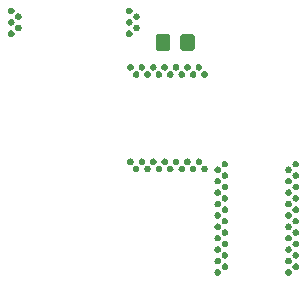
<source format=gbr>
G04 #@! TF.GenerationSoftware,KiCad,Pcbnew,(5.1.0)-1*
G04 #@! TF.CreationDate,2019-09-06T09:54:38-07:00*
G04 #@! TF.ProjectId,Miniscope-v4-FlexPC,4d696e69-7363-46f7-9065-2d76342d466c,rev?*
G04 #@! TF.SameCoordinates,Original*
G04 #@! TF.FileFunction,Soldermask,Top*
G04 #@! TF.FilePolarity,Negative*
%FSLAX46Y46*%
G04 Gerber Fmt 4.6, Leading zero omitted, Abs format (unit mm)*
G04 Created by KiCad (PCBNEW (5.1.0)-1) date 2019-09-06 09:54:38*
%MOMM*%
%LPD*%
G04 APERTURE LIST*
%ADD10C,0.100000*%
G04 APERTURE END LIST*
D10*
G36*
X40750739Y-37294387D02*
G01*
X40801586Y-37315448D01*
X40847349Y-37346026D01*
X40886264Y-37384941D01*
X40916842Y-37430704D01*
X40937903Y-37481551D01*
X40948640Y-37535531D01*
X40948640Y-37590569D01*
X40937903Y-37644549D01*
X40916842Y-37695396D01*
X40886264Y-37741159D01*
X40847349Y-37780074D01*
X40801586Y-37810652D01*
X40750739Y-37831713D01*
X40696759Y-37842450D01*
X40641721Y-37842450D01*
X40587741Y-37831713D01*
X40536894Y-37810652D01*
X40491131Y-37780074D01*
X40452216Y-37741159D01*
X40421638Y-37695396D01*
X40400577Y-37644549D01*
X40389840Y-37590569D01*
X40389840Y-37535531D01*
X40400577Y-37481551D01*
X40421638Y-37430704D01*
X40452216Y-37384941D01*
X40491131Y-37346026D01*
X40536894Y-37315448D01*
X40587741Y-37294387D01*
X40641721Y-37283650D01*
X40696759Y-37283650D01*
X40750739Y-37294387D01*
X40750739Y-37294387D01*
G37*
G36*
X34750739Y-37294387D02*
G01*
X34801586Y-37315448D01*
X34847349Y-37346026D01*
X34886264Y-37384941D01*
X34916842Y-37430704D01*
X34937903Y-37481551D01*
X34948640Y-37535531D01*
X34948640Y-37590569D01*
X34937903Y-37644549D01*
X34916842Y-37695396D01*
X34886264Y-37741159D01*
X34847349Y-37780074D01*
X34801586Y-37810652D01*
X34750739Y-37831713D01*
X34696759Y-37842450D01*
X34641721Y-37842450D01*
X34587741Y-37831713D01*
X34536894Y-37810652D01*
X34491131Y-37780074D01*
X34452216Y-37741159D01*
X34421638Y-37695396D01*
X34400577Y-37644549D01*
X34389840Y-37590569D01*
X34389840Y-37535531D01*
X34400577Y-37481551D01*
X34421638Y-37430704D01*
X34452216Y-37384941D01*
X34491131Y-37346026D01*
X34536894Y-37315448D01*
X34587741Y-37294387D01*
X34641721Y-37283650D01*
X34696759Y-37283650D01*
X34750739Y-37294387D01*
X34750739Y-37294387D01*
G37*
G36*
X35360339Y-36811788D02*
G01*
X35411186Y-36832849D01*
X35456949Y-36863427D01*
X35495864Y-36902342D01*
X35526442Y-36948105D01*
X35547503Y-36998952D01*
X35558240Y-37052932D01*
X35558240Y-37107970D01*
X35547503Y-37161950D01*
X35526442Y-37212797D01*
X35495864Y-37258560D01*
X35456949Y-37297475D01*
X35411186Y-37328053D01*
X35360339Y-37349114D01*
X35306359Y-37359851D01*
X35251321Y-37359851D01*
X35197341Y-37349114D01*
X35146494Y-37328053D01*
X35100731Y-37297475D01*
X35061816Y-37258560D01*
X35031238Y-37212797D01*
X35010177Y-37161950D01*
X34999440Y-37107970D01*
X34999440Y-37052932D01*
X35010177Y-36998952D01*
X35031238Y-36948105D01*
X35061816Y-36902342D01*
X35100731Y-36863427D01*
X35146494Y-36832849D01*
X35197341Y-36811788D01*
X35251321Y-36801051D01*
X35306359Y-36801051D01*
X35360339Y-36811788D01*
X35360339Y-36811788D01*
G37*
G36*
X41360339Y-36811788D02*
G01*
X41411186Y-36832849D01*
X41456949Y-36863427D01*
X41495864Y-36902342D01*
X41526442Y-36948105D01*
X41547503Y-36998952D01*
X41558240Y-37052932D01*
X41558240Y-37107970D01*
X41547503Y-37161950D01*
X41526442Y-37212797D01*
X41495864Y-37258560D01*
X41456949Y-37297475D01*
X41411186Y-37328053D01*
X41360339Y-37349114D01*
X41306359Y-37359851D01*
X41251321Y-37359851D01*
X41197341Y-37349114D01*
X41146494Y-37328053D01*
X41100731Y-37297475D01*
X41061816Y-37258560D01*
X41031238Y-37212797D01*
X41010177Y-37161950D01*
X40999440Y-37107970D01*
X40999440Y-37052932D01*
X41010177Y-36998952D01*
X41031238Y-36948105D01*
X41061816Y-36902342D01*
X41100731Y-36863427D01*
X41146494Y-36832849D01*
X41197341Y-36811788D01*
X41251321Y-36801051D01*
X41306359Y-36801051D01*
X41360339Y-36811788D01*
X41360339Y-36811788D01*
G37*
G36*
X40750739Y-36329188D02*
G01*
X40801586Y-36350249D01*
X40847349Y-36380827D01*
X40886264Y-36419742D01*
X40916842Y-36465505D01*
X40937903Y-36516352D01*
X40948640Y-36570332D01*
X40948640Y-36625370D01*
X40937903Y-36679350D01*
X40916842Y-36730197D01*
X40886264Y-36775960D01*
X40847349Y-36814875D01*
X40801586Y-36845453D01*
X40750739Y-36866514D01*
X40696759Y-36877251D01*
X40641721Y-36877251D01*
X40587741Y-36866514D01*
X40536894Y-36845453D01*
X40491131Y-36814875D01*
X40452216Y-36775960D01*
X40421638Y-36730197D01*
X40400577Y-36679350D01*
X40389840Y-36625370D01*
X40389840Y-36570332D01*
X40400577Y-36516352D01*
X40421638Y-36465505D01*
X40452216Y-36419742D01*
X40491131Y-36380827D01*
X40536894Y-36350249D01*
X40587741Y-36329188D01*
X40641721Y-36318451D01*
X40696759Y-36318451D01*
X40750739Y-36329188D01*
X40750739Y-36329188D01*
G37*
G36*
X34750739Y-36329188D02*
G01*
X34801586Y-36350249D01*
X34847349Y-36380827D01*
X34886264Y-36419742D01*
X34916842Y-36465505D01*
X34937903Y-36516352D01*
X34948640Y-36570332D01*
X34948640Y-36625370D01*
X34937903Y-36679350D01*
X34916842Y-36730197D01*
X34886264Y-36775960D01*
X34847349Y-36814875D01*
X34801586Y-36845453D01*
X34750739Y-36866514D01*
X34696759Y-36877251D01*
X34641721Y-36877251D01*
X34587741Y-36866514D01*
X34536894Y-36845453D01*
X34491131Y-36814875D01*
X34452216Y-36775960D01*
X34421638Y-36730197D01*
X34400577Y-36679350D01*
X34389840Y-36625370D01*
X34389840Y-36570332D01*
X34400577Y-36516352D01*
X34421638Y-36465505D01*
X34452216Y-36419742D01*
X34491131Y-36380827D01*
X34536894Y-36350249D01*
X34587741Y-36329188D01*
X34641721Y-36318451D01*
X34696759Y-36318451D01*
X34750739Y-36329188D01*
X34750739Y-36329188D01*
G37*
G36*
X35360339Y-35846589D02*
G01*
X35411186Y-35867650D01*
X35456949Y-35898228D01*
X35495864Y-35937143D01*
X35526442Y-35982906D01*
X35547503Y-36033753D01*
X35558240Y-36087733D01*
X35558240Y-36142771D01*
X35547503Y-36196751D01*
X35526442Y-36247598D01*
X35495864Y-36293361D01*
X35456949Y-36332276D01*
X35411186Y-36362854D01*
X35360339Y-36383915D01*
X35306359Y-36394652D01*
X35251321Y-36394652D01*
X35197341Y-36383915D01*
X35146494Y-36362854D01*
X35100731Y-36332276D01*
X35061816Y-36293361D01*
X35031238Y-36247598D01*
X35010177Y-36196751D01*
X34999440Y-36142771D01*
X34999440Y-36087733D01*
X35010177Y-36033753D01*
X35031238Y-35982906D01*
X35061816Y-35937143D01*
X35100731Y-35898228D01*
X35146494Y-35867650D01*
X35197341Y-35846589D01*
X35251321Y-35835852D01*
X35306359Y-35835852D01*
X35360339Y-35846589D01*
X35360339Y-35846589D01*
G37*
G36*
X41360339Y-35846589D02*
G01*
X41411186Y-35867650D01*
X41456949Y-35898228D01*
X41495864Y-35937143D01*
X41526442Y-35982906D01*
X41547503Y-36033753D01*
X41558240Y-36087733D01*
X41558240Y-36142771D01*
X41547503Y-36196751D01*
X41526442Y-36247598D01*
X41495864Y-36293361D01*
X41456949Y-36332276D01*
X41411186Y-36362854D01*
X41360339Y-36383915D01*
X41306359Y-36394652D01*
X41251321Y-36394652D01*
X41197341Y-36383915D01*
X41146494Y-36362854D01*
X41100731Y-36332276D01*
X41061816Y-36293361D01*
X41031238Y-36247598D01*
X41010177Y-36196751D01*
X40999440Y-36142771D01*
X40999440Y-36087733D01*
X41010177Y-36033753D01*
X41031238Y-35982906D01*
X41061816Y-35937143D01*
X41100731Y-35898228D01*
X41146494Y-35867650D01*
X41197341Y-35846589D01*
X41251321Y-35835852D01*
X41306359Y-35835852D01*
X41360339Y-35846589D01*
X41360339Y-35846589D01*
G37*
G36*
X34750739Y-35363989D02*
G01*
X34801586Y-35385050D01*
X34847349Y-35415628D01*
X34886264Y-35454543D01*
X34916842Y-35500306D01*
X34937903Y-35551153D01*
X34948640Y-35605133D01*
X34948640Y-35660171D01*
X34937903Y-35714151D01*
X34916842Y-35764998D01*
X34886264Y-35810761D01*
X34847349Y-35849676D01*
X34801586Y-35880254D01*
X34750739Y-35901315D01*
X34696759Y-35912052D01*
X34641721Y-35912052D01*
X34587741Y-35901315D01*
X34536894Y-35880254D01*
X34491131Y-35849676D01*
X34452216Y-35810761D01*
X34421638Y-35764998D01*
X34400577Y-35714151D01*
X34389840Y-35660171D01*
X34389840Y-35605133D01*
X34400577Y-35551153D01*
X34421638Y-35500306D01*
X34452216Y-35454543D01*
X34491131Y-35415628D01*
X34536894Y-35385050D01*
X34587741Y-35363989D01*
X34641721Y-35353252D01*
X34696759Y-35353252D01*
X34750739Y-35363989D01*
X34750739Y-35363989D01*
G37*
G36*
X40750739Y-35363989D02*
G01*
X40801586Y-35385050D01*
X40847349Y-35415628D01*
X40886264Y-35454543D01*
X40916842Y-35500306D01*
X40937903Y-35551153D01*
X40948640Y-35605133D01*
X40948640Y-35660171D01*
X40937903Y-35714151D01*
X40916842Y-35764998D01*
X40886264Y-35810761D01*
X40847349Y-35849676D01*
X40801586Y-35880254D01*
X40750739Y-35901315D01*
X40696759Y-35912052D01*
X40641721Y-35912052D01*
X40587741Y-35901315D01*
X40536894Y-35880254D01*
X40491131Y-35849676D01*
X40452216Y-35810761D01*
X40421638Y-35764998D01*
X40400577Y-35714151D01*
X40389840Y-35660171D01*
X40389840Y-35605133D01*
X40400577Y-35551153D01*
X40421638Y-35500306D01*
X40452216Y-35454543D01*
X40491131Y-35415628D01*
X40536894Y-35385050D01*
X40587741Y-35363989D01*
X40641721Y-35353252D01*
X40696759Y-35353252D01*
X40750739Y-35363989D01*
X40750739Y-35363989D01*
G37*
G36*
X41360339Y-34881390D02*
G01*
X41411186Y-34902451D01*
X41456949Y-34933029D01*
X41495864Y-34971944D01*
X41526442Y-35017707D01*
X41547503Y-35068554D01*
X41558240Y-35122534D01*
X41558240Y-35177572D01*
X41547503Y-35231552D01*
X41526442Y-35282399D01*
X41495864Y-35328162D01*
X41456949Y-35367077D01*
X41411186Y-35397655D01*
X41360339Y-35418716D01*
X41306359Y-35429453D01*
X41251321Y-35429453D01*
X41197341Y-35418716D01*
X41146494Y-35397655D01*
X41100731Y-35367077D01*
X41061816Y-35328162D01*
X41031238Y-35282399D01*
X41010177Y-35231552D01*
X40999440Y-35177572D01*
X40999440Y-35122534D01*
X41010177Y-35068554D01*
X41031238Y-35017707D01*
X41061816Y-34971944D01*
X41100731Y-34933029D01*
X41146494Y-34902451D01*
X41197341Y-34881390D01*
X41251321Y-34870653D01*
X41306359Y-34870653D01*
X41360339Y-34881390D01*
X41360339Y-34881390D01*
G37*
G36*
X35360339Y-34881390D02*
G01*
X35411186Y-34902451D01*
X35456949Y-34933029D01*
X35495864Y-34971944D01*
X35526442Y-35017707D01*
X35547503Y-35068554D01*
X35558240Y-35122534D01*
X35558240Y-35177572D01*
X35547503Y-35231552D01*
X35526442Y-35282399D01*
X35495864Y-35328162D01*
X35456949Y-35367077D01*
X35411186Y-35397655D01*
X35360339Y-35418716D01*
X35306359Y-35429453D01*
X35251321Y-35429453D01*
X35197341Y-35418716D01*
X35146494Y-35397655D01*
X35100731Y-35367077D01*
X35061816Y-35328162D01*
X35031238Y-35282399D01*
X35010177Y-35231552D01*
X34999440Y-35177572D01*
X34999440Y-35122534D01*
X35010177Y-35068554D01*
X35031238Y-35017707D01*
X35061816Y-34971944D01*
X35100731Y-34933029D01*
X35146494Y-34902451D01*
X35197341Y-34881390D01*
X35251321Y-34870653D01*
X35306359Y-34870653D01*
X35360339Y-34881390D01*
X35360339Y-34881390D01*
G37*
G36*
X40750739Y-34398790D02*
G01*
X40801586Y-34419851D01*
X40847349Y-34450429D01*
X40886264Y-34489344D01*
X40916842Y-34535107D01*
X40937903Y-34585954D01*
X40948640Y-34639934D01*
X40948640Y-34694972D01*
X40937903Y-34748952D01*
X40916842Y-34799799D01*
X40886264Y-34845562D01*
X40847349Y-34884477D01*
X40801586Y-34915055D01*
X40750739Y-34936116D01*
X40696759Y-34946853D01*
X40641721Y-34946853D01*
X40587741Y-34936116D01*
X40536894Y-34915055D01*
X40491131Y-34884477D01*
X40452216Y-34845562D01*
X40421638Y-34799799D01*
X40400577Y-34748952D01*
X40389840Y-34694972D01*
X40389840Y-34639934D01*
X40400577Y-34585954D01*
X40421638Y-34535107D01*
X40452216Y-34489344D01*
X40491131Y-34450429D01*
X40536894Y-34419851D01*
X40587741Y-34398790D01*
X40641721Y-34388053D01*
X40696759Y-34388053D01*
X40750739Y-34398790D01*
X40750739Y-34398790D01*
G37*
G36*
X34750739Y-34398790D02*
G01*
X34801586Y-34419851D01*
X34847349Y-34450429D01*
X34886264Y-34489344D01*
X34916842Y-34535107D01*
X34937903Y-34585954D01*
X34948640Y-34639934D01*
X34948640Y-34694972D01*
X34937903Y-34748952D01*
X34916842Y-34799799D01*
X34886264Y-34845562D01*
X34847349Y-34884477D01*
X34801586Y-34915055D01*
X34750739Y-34936116D01*
X34696759Y-34946853D01*
X34641721Y-34946853D01*
X34587741Y-34936116D01*
X34536894Y-34915055D01*
X34491131Y-34884477D01*
X34452216Y-34845562D01*
X34421638Y-34799799D01*
X34400577Y-34748952D01*
X34389840Y-34694972D01*
X34389840Y-34639934D01*
X34400577Y-34585954D01*
X34421638Y-34535107D01*
X34452216Y-34489344D01*
X34491131Y-34450429D01*
X34536894Y-34419851D01*
X34587741Y-34398790D01*
X34641721Y-34388053D01*
X34696759Y-34388053D01*
X34750739Y-34398790D01*
X34750739Y-34398790D01*
G37*
G36*
X35360339Y-33916191D02*
G01*
X35411186Y-33937252D01*
X35456949Y-33967830D01*
X35495864Y-34006745D01*
X35526442Y-34052508D01*
X35547503Y-34103355D01*
X35558240Y-34157335D01*
X35558240Y-34212373D01*
X35547503Y-34266353D01*
X35526442Y-34317200D01*
X35495864Y-34362963D01*
X35456949Y-34401878D01*
X35411186Y-34432456D01*
X35360339Y-34453517D01*
X35306359Y-34464254D01*
X35251321Y-34464254D01*
X35197341Y-34453517D01*
X35146494Y-34432456D01*
X35100731Y-34401878D01*
X35061816Y-34362963D01*
X35031238Y-34317200D01*
X35010177Y-34266353D01*
X34999440Y-34212373D01*
X34999440Y-34157335D01*
X35010177Y-34103355D01*
X35031238Y-34052508D01*
X35061816Y-34006745D01*
X35100731Y-33967830D01*
X35146494Y-33937252D01*
X35197341Y-33916191D01*
X35251321Y-33905454D01*
X35306359Y-33905454D01*
X35360339Y-33916191D01*
X35360339Y-33916191D01*
G37*
G36*
X41360339Y-33916191D02*
G01*
X41411186Y-33937252D01*
X41456949Y-33967830D01*
X41495864Y-34006745D01*
X41526442Y-34052508D01*
X41547503Y-34103355D01*
X41558240Y-34157335D01*
X41558240Y-34212373D01*
X41547503Y-34266353D01*
X41526442Y-34317200D01*
X41495864Y-34362963D01*
X41456949Y-34401878D01*
X41411186Y-34432456D01*
X41360339Y-34453517D01*
X41306359Y-34464254D01*
X41251321Y-34464254D01*
X41197341Y-34453517D01*
X41146494Y-34432456D01*
X41100731Y-34401878D01*
X41061816Y-34362963D01*
X41031238Y-34317200D01*
X41010177Y-34266353D01*
X40999440Y-34212373D01*
X40999440Y-34157335D01*
X41010177Y-34103355D01*
X41031238Y-34052508D01*
X41061816Y-34006745D01*
X41100731Y-33967830D01*
X41146494Y-33937252D01*
X41197341Y-33916191D01*
X41251321Y-33905454D01*
X41306359Y-33905454D01*
X41360339Y-33916191D01*
X41360339Y-33916191D01*
G37*
G36*
X34750739Y-33433591D02*
G01*
X34801586Y-33454652D01*
X34847349Y-33485230D01*
X34886264Y-33524145D01*
X34916842Y-33569908D01*
X34937903Y-33620755D01*
X34948640Y-33674735D01*
X34948640Y-33729773D01*
X34937903Y-33783753D01*
X34916842Y-33834600D01*
X34886264Y-33880363D01*
X34847349Y-33919278D01*
X34801586Y-33949856D01*
X34750739Y-33970917D01*
X34696759Y-33981654D01*
X34641721Y-33981654D01*
X34587741Y-33970917D01*
X34536894Y-33949856D01*
X34491131Y-33919278D01*
X34452216Y-33880363D01*
X34421638Y-33834600D01*
X34400577Y-33783753D01*
X34389840Y-33729773D01*
X34389840Y-33674735D01*
X34400577Y-33620755D01*
X34421638Y-33569908D01*
X34452216Y-33524145D01*
X34491131Y-33485230D01*
X34536894Y-33454652D01*
X34587741Y-33433591D01*
X34641721Y-33422854D01*
X34696759Y-33422854D01*
X34750739Y-33433591D01*
X34750739Y-33433591D01*
G37*
G36*
X40750739Y-33433591D02*
G01*
X40801586Y-33454652D01*
X40847349Y-33485230D01*
X40886264Y-33524145D01*
X40916842Y-33569908D01*
X40937903Y-33620755D01*
X40948640Y-33674735D01*
X40948640Y-33729773D01*
X40937903Y-33783753D01*
X40916842Y-33834600D01*
X40886264Y-33880363D01*
X40847349Y-33919278D01*
X40801586Y-33949856D01*
X40750739Y-33970917D01*
X40696759Y-33981654D01*
X40641721Y-33981654D01*
X40587741Y-33970917D01*
X40536894Y-33949856D01*
X40491131Y-33919278D01*
X40452216Y-33880363D01*
X40421638Y-33834600D01*
X40400577Y-33783753D01*
X40389840Y-33729773D01*
X40389840Y-33674735D01*
X40400577Y-33620755D01*
X40421638Y-33569908D01*
X40452216Y-33524145D01*
X40491131Y-33485230D01*
X40536894Y-33454652D01*
X40587741Y-33433591D01*
X40641721Y-33422854D01*
X40696759Y-33422854D01*
X40750739Y-33433591D01*
X40750739Y-33433591D01*
G37*
G36*
X35360339Y-32950992D02*
G01*
X35411186Y-32972053D01*
X35456949Y-33002631D01*
X35495864Y-33041546D01*
X35526442Y-33087309D01*
X35547503Y-33138156D01*
X35558240Y-33192136D01*
X35558240Y-33247174D01*
X35547503Y-33301154D01*
X35526442Y-33352001D01*
X35495864Y-33397764D01*
X35456949Y-33436679D01*
X35411186Y-33467257D01*
X35360339Y-33488318D01*
X35306359Y-33499055D01*
X35251321Y-33499055D01*
X35197341Y-33488318D01*
X35146494Y-33467257D01*
X35100731Y-33436679D01*
X35061816Y-33397764D01*
X35031238Y-33352001D01*
X35010177Y-33301154D01*
X34999440Y-33247174D01*
X34999440Y-33192136D01*
X35010177Y-33138156D01*
X35031238Y-33087309D01*
X35061816Y-33041546D01*
X35100731Y-33002631D01*
X35146494Y-32972053D01*
X35197341Y-32950992D01*
X35251321Y-32940255D01*
X35306359Y-32940255D01*
X35360339Y-32950992D01*
X35360339Y-32950992D01*
G37*
G36*
X41360339Y-32950992D02*
G01*
X41411186Y-32972053D01*
X41456949Y-33002631D01*
X41495864Y-33041546D01*
X41526442Y-33087309D01*
X41547503Y-33138156D01*
X41558240Y-33192136D01*
X41558240Y-33247174D01*
X41547503Y-33301154D01*
X41526442Y-33352001D01*
X41495864Y-33397764D01*
X41456949Y-33436679D01*
X41411186Y-33467257D01*
X41360339Y-33488318D01*
X41306359Y-33499055D01*
X41251321Y-33499055D01*
X41197341Y-33488318D01*
X41146494Y-33467257D01*
X41100731Y-33436679D01*
X41061816Y-33397764D01*
X41031238Y-33352001D01*
X41010177Y-33301154D01*
X40999440Y-33247174D01*
X40999440Y-33192136D01*
X41010177Y-33138156D01*
X41031238Y-33087309D01*
X41061816Y-33041546D01*
X41100731Y-33002631D01*
X41146494Y-32972053D01*
X41197341Y-32950992D01*
X41251321Y-32940255D01*
X41306359Y-32940255D01*
X41360339Y-32950992D01*
X41360339Y-32950992D01*
G37*
G36*
X34750739Y-32468392D02*
G01*
X34801586Y-32489453D01*
X34847349Y-32520031D01*
X34886264Y-32558946D01*
X34916842Y-32604709D01*
X34937903Y-32655556D01*
X34948640Y-32709536D01*
X34948640Y-32764574D01*
X34937903Y-32818554D01*
X34916842Y-32869401D01*
X34886264Y-32915164D01*
X34847349Y-32954079D01*
X34801586Y-32984657D01*
X34750739Y-33005718D01*
X34696759Y-33016455D01*
X34641721Y-33016455D01*
X34587741Y-33005718D01*
X34536894Y-32984657D01*
X34491131Y-32954079D01*
X34452216Y-32915164D01*
X34421638Y-32869401D01*
X34400577Y-32818554D01*
X34389840Y-32764574D01*
X34389840Y-32709536D01*
X34400577Y-32655556D01*
X34421638Y-32604709D01*
X34452216Y-32558946D01*
X34491131Y-32520031D01*
X34536894Y-32489453D01*
X34587741Y-32468392D01*
X34641721Y-32457655D01*
X34696759Y-32457655D01*
X34750739Y-32468392D01*
X34750739Y-32468392D01*
G37*
G36*
X40750739Y-32468392D02*
G01*
X40801586Y-32489453D01*
X40847349Y-32520031D01*
X40886264Y-32558946D01*
X40916842Y-32604709D01*
X40937903Y-32655556D01*
X40948640Y-32709536D01*
X40948640Y-32764574D01*
X40937903Y-32818554D01*
X40916842Y-32869401D01*
X40886264Y-32915164D01*
X40847349Y-32954079D01*
X40801586Y-32984657D01*
X40750739Y-33005718D01*
X40696759Y-33016455D01*
X40641721Y-33016455D01*
X40587741Y-33005718D01*
X40536894Y-32984657D01*
X40491131Y-32954079D01*
X40452216Y-32915164D01*
X40421638Y-32869401D01*
X40400577Y-32818554D01*
X40389840Y-32764574D01*
X40389840Y-32709536D01*
X40400577Y-32655556D01*
X40421638Y-32604709D01*
X40452216Y-32558946D01*
X40491131Y-32520031D01*
X40536894Y-32489453D01*
X40587741Y-32468392D01*
X40641721Y-32457655D01*
X40696759Y-32457655D01*
X40750739Y-32468392D01*
X40750739Y-32468392D01*
G37*
G36*
X41360339Y-31985793D02*
G01*
X41411186Y-32006854D01*
X41456949Y-32037432D01*
X41495864Y-32076347D01*
X41526442Y-32122110D01*
X41547503Y-32172957D01*
X41558240Y-32226937D01*
X41558240Y-32281975D01*
X41547503Y-32335955D01*
X41526442Y-32386802D01*
X41495864Y-32432565D01*
X41456949Y-32471480D01*
X41411186Y-32502058D01*
X41360339Y-32523119D01*
X41306359Y-32533856D01*
X41251321Y-32533856D01*
X41197341Y-32523119D01*
X41146494Y-32502058D01*
X41100731Y-32471480D01*
X41061816Y-32432565D01*
X41031238Y-32386802D01*
X41010177Y-32335955D01*
X40999440Y-32281975D01*
X40999440Y-32226937D01*
X41010177Y-32172957D01*
X41031238Y-32122110D01*
X41061816Y-32076347D01*
X41100731Y-32037432D01*
X41146494Y-32006854D01*
X41197341Y-31985793D01*
X41251321Y-31975056D01*
X41306359Y-31975056D01*
X41360339Y-31985793D01*
X41360339Y-31985793D01*
G37*
G36*
X35360339Y-31985793D02*
G01*
X35411186Y-32006854D01*
X35456949Y-32037432D01*
X35495864Y-32076347D01*
X35526442Y-32122110D01*
X35547503Y-32172957D01*
X35558240Y-32226937D01*
X35558240Y-32281975D01*
X35547503Y-32335955D01*
X35526442Y-32386802D01*
X35495864Y-32432565D01*
X35456949Y-32471480D01*
X35411186Y-32502058D01*
X35360339Y-32523119D01*
X35306359Y-32533856D01*
X35251321Y-32533856D01*
X35197341Y-32523119D01*
X35146494Y-32502058D01*
X35100731Y-32471480D01*
X35061816Y-32432565D01*
X35031238Y-32386802D01*
X35010177Y-32335955D01*
X34999440Y-32281975D01*
X34999440Y-32226937D01*
X35010177Y-32172957D01*
X35031238Y-32122110D01*
X35061816Y-32076347D01*
X35100731Y-32037432D01*
X35146494Y-32006854D01*
X35197341Y-31985793D01*
X35251321Y-31975056D01*
X35306359Y-31975056D01*
X35360339Y-31985793D01*
X35360339Y-31985793D01*
G37*
G36*
X40750739Y-31503193D02*
G01*
X40801586Y-31524254D01*
X40847349Y-31554832D01*
X40886264Y-31593747D01*
X40916842Y-31639510D01*
X40937903Y-31690357D01*
X40948640Y-31744337D01*
X40948640Y-31799375D01*
X40937903Y-31853355D01*
X40916842Y-31904202D01*
X40886264Y-31949965D01*
X40847349Y-31988880D01*
X40801586Y-32019458D01*
X40750739Y-32040519D01*
X40696759Y-32051256D01*
X40641721Y-32051256D01*
X40587741Y-32040519D01*
X40536894Y-32019458D01*
X40491131Y-31988880D01*
X40452216Y-31949965D01*
X40421638Y-31904202D01*
X40400577Y-31853355D01*
X40389840Y-31799375D01*
X40389840Y-31744337D01*
X40400577Y-31690357D01*
X40421638Y-31639510D01*
X40452216Y-31593747D01*
X40491131Y-31554832D01*
X40536894Y-31524254D01*
X40587741Y-31503193D01*
X40641721Y-31492456D01*
X40696759Y-31492456D01*
X40750739Y-31503193D01*
X40750739Y-31503193D01*
G37*
G36*
X34750739Y-31503193D02*
G01*
X34801586Y-31524254D01*
X34847349Y-31554832D01*
X34886264Y-31593747D01*
X34916842Y-31639510D01*
X34937903Y-31690357D01*
X34948640Y-31744337D01*
X34948640Y-31799375D01*
X34937903Y-31853355D01*
X34916842Y-31904202D01*
X34886264Y-31949965D01*
X34847349Y-31988880D01*
X34801586Y-32019458D01*
X34750739Y-32040519D01*
X34696759Y-32051256D01*
X34641721Y-32051256D01*
X34587741Y-32040519D01*
X34536894Y-32019458D01*
X34491131Y-31988880D01*
X34452216Y-31949965D01*
X34421638Y-31904202D01*
X34400577Y-31853355D01*
X34389840Y-31799375D01*
X34389840Y-31744337D01*
X34400577Y-31690357D01*
X34421638Y-31639510D01*
X34452216Y-31593747D01*
X34491131Y-31554832D01*
X34536894Y-31524254D01*
X34587741Y-31503193D01*
X34641721Y-31492456D01*
X34696759Y-31492456D01*
X34750739Y-31503193D01*
X34750739Y-31503193D01*
G37*
G36*
X41360339Y-31020594D02*
G01*
X41411186Y-31041655D01*
X41456949Y-31072233D01*
X41495864Y-31111148D01*
X41526442Y-31156911D01*
X41547503Y-31207758D01*
X41558240Y-31261738D01*
X41558240Y-31316776D01*
X41547503Y-31370756D01*
X41526442Y-31421603D01*
X41495864Y-31467366D01*
X41456949Y-31506281D01*
X41411186Y-31536859D01*
X41360339Y-31557920D01*
X41306359Y-31568657D01*
X41251321Y-31568657D01*
X41197341Y-31557920D01*
X41146494Y-31536859D01*
X41100731Y-31506281D01*
X41061816Y-31467366D01*
X41031238Y-31421603D01*
X41010177Y-31370756D01*
X40999440Y-31316776D01*
X40999440Y-31261738D01*
X41010177Y-31207758D01*
X41031238Y-31156911D01*
X41061816Y-31111148D01*
X41100731Y-31072233D01*
X41146494Y-31041655D01*
X41197341Y-31020594D01*
X41251321Y-31009857D01*
X41306359Y-31009857D01*
X41360339Y-31020594D01*
X41360339Y-31020594D01*
G37*
G36*
X35360339Y-31020594D02*
G01*
X35411186Y-31041655D01*
X35456949Y-31072233D01*
X35495864Y-31111148D01*
X35526442Y-31156911D01*
X35547503Y-31207758D01*
X35558240Y-31261738D01*
X35558240Y-31316776D01*
X35547503Y-31370756D01*
X35526442Y-31421603D01*
X35495864Y-31467366D01*
X35456949Y-31506281D01*
X35411186Y-31536859D01*
X35360339Y-31557920D01*
X35306359Y-31568657D01*
X35251321Y-31568657D01*
X35197341Y-31557920D01*
X35146494Y-31536859D01*
X35100731Y-31506281D01*
X35061816Y-31467366D01*
X35031238Y-31421603D01*
X35010177Y-31370756D01*
X34999440Y-31316776D01*
X34999440Y-31261738D01*
X35010177Y-31207758D01*
X35031238Y-31156911D01*
X35061816Y-31111148D01*
X35100731Y-31072233D01*
X35146494Y-31041655D01*
X35197341Y-31020594D01*
X35251321Y-31009857D01*
X35306359Y-31009857D01*
X35360339Y-31020594D01*
X35360339Y-31020594D01*
G37*
G36*
X40750739Y-30537994D02*
G01*
X40801586Y-30559055D01*
X40847349Y-30589633D01*
X40886264Y-30628548D01*
X40916842Y-30674311D01*
X40937903Y-30725158D01*
X40948640Y-30779138D01*
X40948640Y-30834176D01*
X40937903Y-30888156D01*
X40916842Y-30939003D01*
X40886264Y-30984766D01*
X40847349Y-31023681D01*
X40801586Y-31054259D01*
X40750739Y-31075320D01*
X40696759Y-31086057D01*
X40641721Y-31086057D01*
X40587741Y-31075320D01*
X40536894Y-31054259D01*
X40491131Y-31023681D01*
X40452216Y-30984766D01*
X40421638Y-30939003D01*
X40400577Y-30888156D01*
X40389840Y-30834176D01*
X40389840Y-30779138D01*
X40400577Y-30725158D01*
X40421638Y-30674311D01*
X40452216Y-30628548D01*
X40491131Y-30589633D01*
X40536894Y-30559055D01*
X40587741Y-30537994D01*
X40641721Y-30527257D01*
X40696759Y-30527257D01*
X40750739Y-30537994D01*
X40750739Y-30537994D01*
G37*
G36*
X34750739Y-30537994D02*
G01*
X34801586Y-30559055D01*
X34847349Y-30589633D01*
X34886264Y-30628548D01*
X34916842Y-30674311D01*
X34937903Y-30725158D01*
X34948640Y-30779138D01*
X34948640Y-30834176D01*
X34937903Y-30888156D01*
X34916842Y-30939003D01*
X34886264Y-30984766D01*
X34847349Y-31023681D01*
X34801586Y-31054259D01*
X34750739Y-31075320D01*
X34696759Y-31086057D01*
X34641721Y-31086057D01*
X34587741Y-31075320D01*
X34536894Y-31054259D01*
X34491131Y-31023681D01*
X34452216Y-30984766D01*
X34421638Y-30939003D01*
X34400577Y-30888156D01*
X34389840Y-30834176D01*
X34389840Y-30779138D01*
X34400577Y-30725158D01*
X34421638Y-30674311D01*
X34452216Y-30628548D01*
X34491131Y-30589633D01*
X34536894Y-30559055D01*
X34587741Y-30537994D01*
X34641721Y-30527257D01*
X34696759Y-30527257D01*
X34750739Y-30537994D01*
X34750739Y-30537994D01*
G37*
G36*
X41360339Y-30055395D02*
G01*
X41411186Y-30076456D01*
X41456949Y-30107034D01*
X41495864Y-30145949D01*
X41526442Y-30191712D01*
X41547503Y-30242559D01*
X41558240Y-30296539D01*
X41558240Y-30351577D01*
X41547503Y-30405557D01*
X41526442Y-30456404D01*
X41495864Y-30502167D01*
X41456949Y-30541082D01*
X41411186Y-30571660D01*
X41360339Y-30592721D01*
X41306359Y-30603458D01*
X41251321Y-30603458D01*
X41197341Y-30592721D01*
X41146494Y-30571660D01*
X41100731Y-30541082D01*
X41061816Y-30502167D01*
X41031238Y-30456404D01*
X41010177Y-30405557D01*
X40999440Y-30351577D01*
X40999440Y-30296539D01*
X41010177Y-30242559D01*
X41031238Y-30191712D01*
X41061816Y-30145949D01*
X41100731Y-30107034D01*
X41146494Y-30076456D01*
X41197341Y-30055395D01*
X41251321Y-30044658D01*
X41306359Y-30044658D01*
X41360339Y-30055395D01*
X41360339Y-30055395D01*
G37*
G36*
X35360339Y-30055395D02*
G01*
X35411186Y-30076456D01*
X35456949Y-30107034D01*
X35495864Y-30145949D01*
X35526442Y-30191712D01*
X35547503Y-30242559D01*
X35558240Y-30296539D01*
X35558240Y-30351577D01*
X35547503Y-30405557D01*
X35526442Y-30456404D01*
X35495864Y-30502167D01*
X35456949Y-30541082D01*
X35411186Y-30571660D01*
X35360339Y-30592721D01*
X35306359Y-30603458D01*
X35251321Y-30603458D01*
X35197341Y-30592721D01*
X35146494Y-30571660D01*
X35100731Y-30541082D01*
X35061816Y-30502167D01*
X35031238Y-30456404D01*
X35010177Y-30405557D01*
X34999440Y-30351577D01*
X34999440Y-30296539D01*
X35010177Y-30242559D01*
X35031238Y-30191712D01*
X35061816Y-30145949D01*
X35100731Y-30107034D01*
X35146494Y-30076456D01*
X35197341Y-30055395D01*
X35251321Y-30044658D01*
X35306359Y-30044658D01*
X35360339Y-30055395D01*
X35360339Y-30055395D01*
G37*
G36*
X34750739Y-29572795D02*
G01*
X34801586Y-29593856D01*
X34847349Y-29624434D01*
X34886264Y-29663349D01*
X34916842Y-29709112D01*
X34937903Y-29759959D01*
X34948640Y-29813939D01*
X34948640Y-29868977D01*
X34937903Y-29922957D01*
X34916842Y-29973804D01*
X34886264Y-30019567D01*
X34847349Y-30058482D01*
X34801586Y-30089060D01*
X34750739Y-30110121D01*
X34696759Y-30120858D01*
X34641721Y-30120858D01*
X34587741Y-30110121D01*
X34536894Y-30089060D01*
X34491131Y-30058482D01*
X34452216Y-30019567D01*
X34421638Y-29973804D01*
X34400577Y-29922957D01*
X34389840Y-29868977D01*
X34389840Y-29813939D01*
X34400577Y-29759959D01*
X34421638Y-29709112D01*
X34452216Y-29663349D01*
X34491131Y-29624434D01*
X34536894Y-29593856D01*
X34587741Y-29572795D01*
X34641721Y-29562058D01*
X34696759Y-29562058D01*
X34750739Y-29572795D01*
X34750739Y-29572795D01*
G37*
G36*
X40750739Y-29572795D02*
G01*
X40801586Y-29593856D01*
X40847349Y-29624434D01*
X40886264Y-29663349D01*
X40916842Y-29709112D01*
X40937903Y-29759959D01*
X40948640Y-29813939D01*
X40948640Y-29868977D01*
X40937903Y-29922957D01*
X40916842Y-29973804D01*
X40886264Y-30019567D01*
X40847349Y-30058482D01*
X40801586Y-30089060D01*
X40750739Y-30110121D01*
X40696759Y-30120858D01*
X40641721Y-30120858D01*
X40587741Y-30110121D01*
X40536894Y-30089060D01*
X40491131Y-30058482D01*
X40452216Y-30019567D01*
X40421638Y-29973804D01*
X40400577Y-29922957D01*
X40389840Y-29868977D01*
X40389840Y-29813939D01*
X40400577Y-29759959D01*
X40421638Y-29709112D01*
X40452216Y-29663349D01*
X40491131Y-29624434D01*
X40536894Y-29593856D01*
X40587741Y-29572795D01*
X40641721Y-29562058D01*
X40696759Y-29562058D01*
X40750739Y-29572795D01*
X40750739Y-29572795D01*
G37*
G36*
X41360339Y-29090196D02*
G01*
X41411186Y-29111257D01*
X41456949Y-29141835D01*
X41495864Y-29180750D01*
X41526442Y-29226513D01*
X41547503Y-29277360D01*
X41558240Y-29331340D01*
X41558240Y-29386378D01*
X41547503Y-29440358D01*
X41526442Y-29491205D01*
X41495864Y-29536968D01*
X41456949Y-29575883D01*
X41411186Y-29606461D01*
X41360339Y-29627522D01*
X41306359Y-29638259D01*
X41251321Y-29638259D01*
X41197341Y-29627522D01*
X41146494Y-29606461D01*
X41100731Y-29575883D01*
X41061816Y-29536968D01*
X41031238Y-29491205D01*
X41010177Y-29440358D01*
X40999440Y-29386378D01*
X40999440Y-29331340D01*
X41010177Y-29277360D01*
X41031238Y-29226513D01*
X41061816Y-29180750D01*
X41100731Y-29141835D01*
X41146494Y-29111257D01*
X41197341Y-29090196D01*
X41251321Y-29079459D01*
X41306359Y-29079459D01*
X41360339Y-29090196D01*
X41360339Y-29090196D01*
G37*
G36*
X35360339Y-29090196D02*
G01*
X35411186Y-29111257D01*
X35456949Y-29141835D01*
X35495864Y-29180750D01*
X35526442Y-29226513D01*
X35547503Y-29277360D01*
X35558240Y-29331340D01*
X35558240Y-29386378D01*
X35547503Y-29440358D01*
X35526442Y-29491205D01*
X35495864Y-29536968D01*
X35456949Y-29575883D01*
X35411186Y-29606461D01*
X35360339Y-29627522D01*
X35306359Y-29638259D01*
X35251321Y-29638259D01*
X35197341Y-29627522D01*
X35146494Y-29606461D01*
X35100731Y-29575883D01*
X35061816Y-29536968D01*
X35031238Y-29491205D01*
X35010177Y-29440358D01*
X34999440Y-29386378D01*
X34999440Y-29331340D01*
X35010177Y-29277360D01*
X35031238Y-29226513D01*
X35061816Y-29180750D01*
X35100731Y-29141835D01*
X35146494Y-29111257D01*
X35197341Y-29090196D01*
X35251321Y-29079459D01*
X35306359Y-29079459D01*
X35360339Y-29090196D01*
X35360339Y-29090196D01*
G37*
G36*
X40750739Y-28607596D02*
G01*
X40801586Y-28628657D01*
X40847349Y-28659235D01*
X40886264Y-28698150D01*
X40916842Y-28743913D01*
X40937903Y-28794760D01*
X40948640Y-28848740D01*
X40948640Y-28903778D01*
X40937903Y-28957758D01*
X40916842Y-29008605D01*
X40886264Y-29054368D01*
X40847349Y-29093283D01*
X40801586Y-29123861D01*
X40750739Y-29144922D01*
X40696759Y-29155659D01*
X40641721Y-29155659D01*
X40587741Y-29144922D01*
X40536894Y-29123861D01*
X40491131Y-29093283D01*
X40452216Y-29054368D01*
X40421638Y-29008605D01*
X40400577Y-28957758D01*
X40389840Y-28903778D01*
X40389840Y-28848740D01*
X40400577Y-28794760D01*
X40421638Y-28743913D01*
X40452216Y-28698150D01*
X40491131Y-28659235D01*
X40536894Y-28628657D01*
X40587741Y-28607596D01*
X40641721Y-28596859D01*
X40696759Y-28596859D01*
X40750739Y-28607596D01*
X40750739Y-28607596D01*
G37*
G36*
X34750739Y-28607596D02*
G01*
X34801586Y-28628657D01*
X34847349Y-28659235D01*
X34886264Y-28698150D01*
X34916842Y-28743913D01*
X34937903Y-28794760D01*
X34948640Y-28848740D01*
X34948640Y-28903778D01*
X34937903Y-28957758D01*
X34916842Y-29008605D01*
X34886264Y-29054368D01*
X34847349Y-29093283D01*
X34801586Y-29123861D01*
X34750739Y-29144922D01*
X34696759Y-29155659D01*
X34641721Y-29155659D01*
X34587741Y-29144922D01*
X34536894Y-29123861D01*
X34491131Y-29093283D01*
X34452216Y-29054368D01*
X34421638Y-29008605D01*
X34400577Y-28957758D01*
X34389840Y-28903778D01*
X34389840Y-28848740D01*
X34400577Y-28794760D01*
X34421638Y-28743913D01*
X34452216Y-28698150D01*
X34491131Y-28659235D01*
X34536894Y-28628657D01*
X34587741Y-28607596D01*
X34641721Y-28596859D01*
X34696759Y-28596859D01*
X34750739Y-28607596D01*
X34750739Y-28607596D01*
G37*
G36*
X30740075Y-28533937D02*
G01*
X30790922Y-28554998D01*
X30836685Y-28585576D01*
X30875600Y-28624491D01*
X30906178Y-28670254D01*
X30927239Y-28721101D01*
X30937976Y-28775081D01*
X30937976Y-28830119D01*
X30927239Y-28884099D01*
X30906178Y-28934946D01*
X30875600Y-28980709D01*
X30836685Y-29019624D01*
X30790922Y-29050202D01*
X30740075Y-29071263D01*
X30686095Y-29082000D01*
X30631057Y-29082000D01*
X30577077Y-29071263D01*
X30526230Y-29050202D01*
X30480467Y-29019624D01*
X30441552Y-28980709D01*
X30410974Y-28934946D01*
X30389913Y-28884099D01*
X30379176Y-28830119D01*
X30379176Y-28775081D01*
X30389913Y-28721101D01*
X30410974Y-28670254D01*
X30441552Y-28624491D01*
X30480467Y-28585576D01*
X30526230Y-28554998D01*
X30577077Y-28533937D01*
X30631057Y-28523200D01*
X30686095Y-28523200D01*
X30740075Y-28533937D01*
X30740075Y-28533937D01*
G37*
G36*
X28809677Y-28533937D02*
G01*
X28860524Y-28554998D01*
X28906287Y-28585576D01*
X28945202Y-28624491D01*
X28975780Y-28670254D01*
X28996841Y-28721101D01*
X29007578Y-28775081D01*
X29007578Y-28830119D01*
X28996841Y-28884099D01*
X28975780Y-28934946D01*
X28945202Y-28980709D01*
X28906287Y-29019624D01*
X28860524Y-29050202D01*
X28809677Y-29071263D01*
X28755697Y-29082000D01*
X28700659Y-29082000D01*
X28646679Y-29071263D01*
X28595832Y-29050202D01*
X28550069Y-29019624D01*
X28511154Y-28980709D01*
X28480576Y-28934946D01*
X28459515Y-28884099D01*
X28448778Y-28830119D01*
X28448778Y-28775081D01*
X28459515Y-28721101D01*
X28480576Y-28670254D01*
X28511154Y-28624491D01*
X28550069Y-28585576D01*
X28595832Y-28554998D01*
X28646679Y-28533937D01*
X28700659Y-28523200D01*
X28755697Y-28523200D01*
X28809677Y-28533937D01*
X28809677Y-28533937D01*
G37*
G36*
X31705274Y-28533937D02*
G01*
X31756121Y-28554998D01*
X31801884Y-28585576D01*
X31840799Y-28624491D01*
X31871377Y-28670254D01*
X31892438Y-28721101D01*
X31903175Y-28775081D01*
X31903175Y-28830119D01*
X31892438Y-28884099D01*
X31871377Y-28934946D01*
X31840799Y-28980709D01*
X31801884Y-29019624D01*
X31756121Y-29050202D01*
X31705274Y-29071263D01*
X31651294Y-29082000D01*
X31596256Y-29082000D01*
X31542276Y-29071263D01*
X31491429Y-29050202D01*
X31445666Y-29019624D01*
X31406751Y-28980709D01*
X31376173Y-28934946D01*
X31355112Y-28884099D01*
X31344375Y-28830119D01*
X31344375Y-28775081D01*
X31355112Y-28721101D01*
X31376173Y-28670254D01*
X31406751Y-28624491D01*
X31445666Y-28585576D01*
X31491429Y-28554998D01*
X31542276Y-28533937D01*
X31596256Y-28523200D01*
X31651294Y-28523200D01*
X31705274Y-28533937D01*
X31705274Y-28533937D01*
G37*
G36*
X29774876Y-28533937D02*
G01*
X29825723Y-28554998D01*
X29871486Y-28585576D01*
X29910401Y-28624491D01*
X29940979Y-28670254D01*
X29962040Y-28721101D01*
X29972777Y-28775081D01*
X29972777Y-28830119D01*
X29962040Y-28884099D01*
X29940979Y-28934946D01*
X29910401Y-28980709D01*
X29871486Y-29019624D01*
X29825723Y-29050202D01*
X29774876Y-29071263D01*
X29720896Y-29082000D01*
X29665858Y-29082000D01*
X29611878Y-29071263D01*
X29561031Y-29050202D01*
X29515268Y-29019624D01*
X29476353Y-28980709D01*
X29445775Y-28934946D01*
X29424714Y-28884099D01*
X29413977Y-28830119D01*
X29413977Y-28775081D01*
X29424714Y-28721101D01*
X29445775Y-28670254D01*
X29476353Y-28624491D01*
X29515268Y-28585576D01*
X29561031Y-28554998D01*
X29611878Y-28533937D01*
X29665858Y-28523200D01*
X29720896Y-28523200D01*
X29774876Y-28533937D01*
X29774876Y-28533937D01*
G37*
G36*
X32670473Y-28533937D02*
G01*
X32721320Y-28554998D01*
X32767083Y-28585576D01*
X32805998Y-28624491D01*
X32836576Y-28670254D01*
X32857637Y-28721101D01*
X32868374Y-28775081D01*
X32868374Y-28830119D01*
X32857637Y-28884099D01*
X32836576Y-28934946D01*
X32805998Y-28980709D01*
X32767083Y-29019624D01*
X32721320Y-29050202D01*
X32670473Y-29071263D01*
X32616493Y-29082000D01*
X32561455Y-29082000D01*
X32507475Y-29071263D01*
X32456628Y-29050202D01*
X32410865Y-29019624D01*
X32371950Y-28980709D01*
X32341372Y-28934946D01*
X32320311Y-28884099D01*
X32309574Y-28830119D01*
X32309574Y-28775081D01*
X32320311Y-28721101D01*
X32341372Y-28670254D01*
X32371950Y-28624491D01*
X32410865Y-28585576D01*
X32456628Y-28554998D01*
X32507475Y-28533937D01*
X32561455Y-28523200D01*
X32616493Y-28523200D01*
X32670473Y-28533937D01*
X32670473Y-28533937D01*
G37*
G36*
X27844478Y-28533937D02*
G01*
X27895325Y-28554998D01*
X27941088Y-28585576D01*
X27980003Y-28624491D01*
X28010581Y-28670254D01*
X28031642Y-28721101D01*
X28042379Y-28775081D01*
X28042379Y-28830119D01*
X28031642Y-28884099D01*
X28010581Y-28934946D01*
X27980003Y-28980709D01*
X27941088Y-29019624D01*
X27895325Y-29050202D01*
X27844478Y-29071263D01*
X27790498Y-29082000D01*
X27735460Y-29082000D01*
X27681480Y-29071263D01*
X27630633Y-29050202D01*
X27584870Y-29019624D01*
X27545955Y-28980709D01*
X27515377Y-28934946D01*
X27494316Y-28884099D01*
X27483579Y-28830119D01*
X27483579Y-28775081D01*
X27494316Y-28721101D01*
X27515377Y-28670254D01*
X27545955Y-28624491D01*
X27584870Y-28585576D01*
X27630633Y-28554998D01*
X27681480Y-28533937D01*
X27735460Y-28523200D01*
X27790498Y-28523200D01*
X27844478Y-28533937D01*
X27844478Y-28533937D01*
G37*
G36*
X33635672Y-28533937D02*
G01*
X33686519Y-28554998D01*
X33732282Y-28585576D01*
X33771197Y-28624491D01*
X33801775Y-28670254D01*
X33822836Y-28721101D01*
X33833573Y-28775081D01*
X33833573Y-28830119D01*
X33822836Y-28884099D01*
X33801775Y-28934946D01*
X33771197Y-28980709D01*
X33732282Y-29019624D01*
X33686519Y-29050202D01*
X33635672Y-29071263D01*
X33581692Y-29082000D01*
X33526654Y-29082000D01*
X33472674Y-29071263D01*
X33421827Y-29050202D01*
X33376064Y-29019624D01*
X33337149Y-28980709D01*
X33306571Y-28934946D01*
X33285510Y-28884099D01*
X33274773Y-28830119D01*
X33274773Y-28775081D01*
X33285510Y-28721101D01*
X33306571Y-28670254D01*
X33337149Y-28624491D01*
X33376064Y-28585576D01*
X33421827Y-28554998D01*
X33472674Y-28533937D01*
X33526654Y-28523200D01*
X33581692Y-28523200D01*
X33635672Y-28533937D01*
X33635672Y-28533937D01*
G37*
G36*
X35360339Y-28124997D02*
G01*
X35411186Y-28146058D01*
X35456949Y-28176636D01*
X35495864Y-28215551D01*
X35526442Y-28261314D01*
X35547503Y-28312161D01*
X35558240Y-28366141D01*
X35558240Y-28421179D01*
X35547503Y-28475159D01*
X35526442Y-28526006D01*
X35495864Y-28571769D01*
X35456949Y-28610684D01*
X35411186Y-28641262D01*
X35360339Y-28662323D01*
X35306359Y-28673060D01*
X35251321Y-28673060D01*
X35197341Y-28662323D01*
X35146494Y-28641262D01*
X35100731Y-28610684D01*
X35061816Y-28571769D01*
X35031238Y-28526006D01*
X35010177Y-28475159D01*
X34999440Y-28421179D01*
X34999440Y-28366141D01*
X35010177Y-28312161D01*
X35031238Y-28261314D01*
X35061816Y-28215551D01*
X35100731Y-28176636D01*
X35146494Y-28146058D01*
X35197341Y-28124997D01*
X35251321Y-28114260D01*
X35306359Y-28114260D01*
X35360339Y-28124997D01*
X35360339Y-28124997D01*
G37*
G36*
X41360339Y-28124997D02*
G01*
X41411186Y-28146058D01*
X41456949Y-28176636D01*
X41495864Y-28215551D01*
X41526442Y-28261314D01*
X41547503Y-28312161D01*
X41558240Y-28366141D01*
X41558240Y-28421179D01*
X41547503Y-28475159D01*
X41526442Y-28526006D01*
X41495864Y-28571769D01*
X41456949Y-28610684D01*
X41411186Y-28641262D01*
X41360339Y-28662323D01*
X41306359Y-28673060D01*
X41251321Y-28673060D01*
X41197341Y-28662323D01*
X41146494Y-28641262D01*
X41100731Y-28610684D01*
X41061816Y-28571769D01*
X41031238Y-28526006D01*
X41010177Y-28475159D01*
X40999440Y-28421179D01*
X40999440Y-28366141D01*
X41010177Y-28312161D01*
X41031238Y-28261314D01*
X41061816Y-28215551D01*
X41100731Y-28176636D01*
X41146494Y-28146058D01*
X41197341Y-28124997D01*
X41251321Y-28114260D01*
X41306359Y-28114260D01*
X41360339Y-28124997D01*
X41360339Y-28124997D01*
G37*
G36*
X33153073Y-27924337D02*
G01*
X33203920Y-27945398D01*
X33249683Y-27975976D01*
X33288598Y-28014891D01*
X33319176Y-28060654D01*
X33340237Y-28111501D01*
X33350974Y-28165481D01*
X33350974Y-28220519D01*
X33340237Y-28274499D01*
X33319176Y-28325346D01*
X33288598Y-28371109D01*
X33249683Y-28410024D01*
X33203920Y-28440602D01*
X33153073Y-28461663D01*
X33099093Y-28472400D01*
X33044055Y-28472400D01*
X32990075Y-28461663D01*
X32939228Y-28440602D01*
X32893465Y-28410024D01*
X32854550Y-28371109D01*
X32823972Y-28325346D01*
X32802911Y-28274499D01*
X32792174Y-28220519D01*
X32792174Y-28165481D01*
X32802911Y-28111501D01*
X32823972Y-28060654D01*
X32854550Y-28014891D01*
X32893465Y-27975976D01*
X32939228Y-27945398D01*
X32990075Y-27924337D01*
X33044055Y-27913600D01*
X33099093Y-27913600D01*
X33153073Y-27924337D01*
X33153073Y-27924337D01*
G37*
G36*
X27361879Y-27924337D02*
G01*
X27412726Y-27945398D01*
X27458489Y-27975976D01*
X27497404Y-28014891D01*
X27527982Y-28060654D01*
X27549043Y-28111501D01*
X27559780Y-28165481D01*
X27559780Y-28220519D01*
X27549043Y-28274499D01*
X27527982Y-28325346D01*
X27497404Y-28371109D01*
X27458489Y-28410024D01*
X27412726Y-28440602D01*
X27361879Y-28461663D01*
X27307899Y-28472400D01*
X27252861Y-28472400D01*
X27198881Y-28461663D01*
X27148034Y-28440602D01*
X27102271Y-28410024D01*
X27063356Y-28371109D01*
X27032778Y-28325346D01*
X27011717Y-28274499D01*
X27000980Y-28220519D01*
X27000980Y-28165481D01*
X27011717Y-28111501D01*
X27032778Y-28060654D01*
X27063356Y-28014891D01*
X27102271Y-27975976D01*
X27148034Y-27945398D01*
X27198881Y-27924337D01*
X27252861Y-27913600D01*
X27307899Y-27913600D01*
X27361879Y-27924337D01*
X27361879Y-27924337D01*
G37*
G36*
X28327078Y-27924337D02*
G01*
X28377925Y-27945398D01*
X28423688Y-27975976D01*
X28462603Y-28014891D01*
X28493181Y-28060654D01*
X28514242Y-28111501D01*
X28524979Y-28165481D01*
X28524979Y-28220519D01*
X28514242Y-28274499D01*
X28493181Y-28325346D01*
X28462603Y-28371109D01*
X28423688Y-28410024D01*
X28377925Y-28440602D01*
X28327078Y-28461663D01*
X28273098Y-28472400D01*
X28218060Y-28472400D01*
X28164080Y-28461663D01*
X28113233Y-28440602D01*
X28067470Y-28410024D01*
X28028555Y-28371109D01*
X27997977Y-28325346D01*
X27976916Y-28274499D01*
X27966179Y-28220519D01*
X27966179Y-28165481D01*
X27976916Y-28111501D01*
X27997977Y-28060654D01*
X28028555Y-28014891D01*
X28067470Y-27975976D01*
X28113233Y-27945398D01*
X28164080Y-27924337D01*
X28218060Y-27913600D01*
X28273098Y-27913600D01*
X28327078Y-27924337D01*
X28327078Y-27924337D01*
G37*
G36*
X30257476Y-27924337D02*
G01*
X30308323Y-27945398D01*
X30354086Y-27975976D01*
X30393001Y-28014891D01*
X30423579Y-28060654D01*
X30444640Y-28111501D01*
X30455377Y-28165481D01*
X30455377Y-28220519D01*
X30444640Y-28274499D01*
X30423579Y-28325346D01*
X30393001Y-28371109D01*
X30354086Y-28410024D01*
X30308323Y-28440602D01*
X30257476Y-28461663D01*
X30203496Y-28472400D01*
X30148458Y-28472400D01*
X30094478Y-28461663D01*
X30043631Y-28440602D01*
X29997868Y-28410024D01*
X29958953Y-28371109D01*
X29928375Y-28325346D01*
X29907314Y-28274499D01*
X29896577Y-28220519D01*
X29896577Y-28165481D01*
X29907314Y-28111501D01*
X29928375Y-28060654D01*
X29958953Y-28014891D01*
X29997868Y-27975976D01*
X30043631Y-27945398D01*
X30094478Y-27924337D01*
X30148458Y-27913600D01*
X30203496Y-27913600D01*
X30257476Y-27924337D01*
X30257476Y-27924337D01*
G37*
G36*
X31222675Y-27924337D02*
G01*
X31273522Y-27945398D01*
X31319285Y-27975976D01*
X31358200Y-28014891D01*
X31388778Y-28060654D01*
X31409839Y-28111501D01*
X31420576Y-28165481D01*
X31420576Y-28220519D01*
X31409839Y-28274499D01*
X31388778Y-28325346D01*
X31358200Y-28371109D01*
X31319285Y-28410024D01*
X31273522Y-28440602D01*
X31222675Y-28461663D01*
X31168695Y-28472400D01*
X31113657Y-28472400D01*
X31059677Y-28461663D01*
X31008830Y-28440602D01*
X30963067Y-28410024D01*
X30924152Y-28371109D01*
X30893574Y-28325346D01*
X30872513Y-28274499D01*
X30861776Y-28220519D01*
X30861776Y-28165481D01*
X30872513Y-28111501D01*
X30893574Y-28060654D01*
X30924152Y-28014891D01*
X30963067Y-27975976D01*
X31008830Y-27945398D01*
X31059677Y-27924337D01*
X31113657Y-27913600D01*
X31168695Y-27913600D01*
X31222675Y-27924337D01*
X31222675Y-27924337D01*
G37*
G36*
X32187874Y-27924337D02*
G01*
X32238721Y-27945398D01*
X32284484Y-27975976D01*
X32323399Y-28014891D01*
X32353977Y-28060654D01*
X32375038Y-28111501D01*
X32385775Y-28165481D01*
X32385775Y-28220519D01*
X32375038Y-28274499D01*
X32353977Y-28325346D01*
X32323399Y-28371109D01*
X32284484Y-28410024D01*
X32238721Y-28440602D01*
X32187874Y-28461663D01*
X32133894Y-28472400D01*
X32078856Y-28472400D01*
X32024876Y-28461663D01*
X31974029Y-28440602D01*
X31928266Y-28410024D01*
X31889351Y-28371109D01*
X31858773Y-28325346D01*
X31837712Y-28274499D01*
X31826975Y-28220519D01*
X31826975Y-28165481D01*
X31837712Y-28111501D01*
X31858773Y-28060654D01*
X31889351Y-28014891D01*
X31928266Y-27975976D01*
X31974029Y-27945398D01*
X32024876Y-27924337D01*
X32078856Y-27913600D01*
X32133894Y-27913600D01*
X32187874Y-27924337D01*
X32187874Y-27924337D01*
G37*
G36*
X29292277Y-27924337D02*
G01*
X29343124Y-27945398D01*
X29388887Y-27975976D01*
X29427802Y-28014891D01*
X29458380Y-28060654D01*
X29479441Y-28111501D01*
X29490178Y-28165481D01*
X29490178Y-28220519D01*
X29479441Y-28274499D01*
X29458380Y-28325346D01*
X29427802Y-28371109D01*
X29388887Y-28410024D01*
X29343124Y-28440602D01*
X29292277Y-28461663D01*
X29238297Y-28472400D01*
X29183259Y-28472400D01*
X29129279Y-28461663D01*
X29078432Y-28440602D01*
X29032669Y-28410024D01*
X28993754Y-28371109D01*
X28963176Y-28325346D01*
X28942115Y-28274499D01*
X28931378Y-28220519D01*
X28931378Y-28165481D01*
X28942115Y-28111501D01*
X28963176Y-28060654D01*
X28993754Y-28014891D01*
X29032669Y-27975976D01*
X29078432Y-27945398D01*
X29129279Y-27924337D01*
X29183259Y-27913600D01*
X29238297Y-27913600D01*
X29292277Y-27924337D01*
X29292277Y-27924337D01*
G37*
G36*
X28809677Y-20533937D02*
G01*
X28860524Y-20554998D01*
X28906287Y-20585576D01*
X28945202Y-20624491D01*
X28975780Y-20670254D01*
X28996841Y-20721101D01*
X29007578Y-20775081D01*
X29007578Y-20830119D01*
X28996841Y-20884099D01*
X28975780Y-20934946D01*
X28945202Y-20980709D01*
X28906287Y-21019624D01*
X28860524Y-21050202D01*
X28809677Y-21071263D01*
X28755697Y-21082000D01*
X28700659Y-21082000D01*
X28646679Y-21071263D01*
X28595832Y-21050202D01*
X28550069Y-21019624D01*
X28511154Y-20980709D01*
X28480576Y-20934946D01*
X28459515Y-20884099D01*
X28448778Y-20830119D01*
X28448778Y-20775081D01*
X28459515Y-20721101D01*
X28480576Y-20670254D01*
X28511154Y-20624491D01*
X28550069Y-20585576D01*
X28595832Y-20554998D01*
X28646679Y-20533937D01*
X28700659Y-20523200D01*
X28755697Y-20523200D01*
X28809677Y-20533937D01*
X28809677Y-20533937D01*
G37*
G36*
X33635672Y-20533937D02*
G01*
X33686519Y-20554998D01*
X33732282Y-20585576D01*
X33771197Y-20624491D01*
X33801775Y-20670254D01*
X33822836Y-20721101D01*
X33833573Y-20775081D01*
X33833573Y-20830119D01*
X33822836Y-20884099D01*
X33801775Y-20934946D01*
X33771197Y-20980709D01*
X33732282Y-21019624D01*
X33686519Y-21050202D01*
X33635672Y-21071263D01*
X33581692Y-21082000D01*
X33526654Y-21082000D01*
X33472674Y-21071263D01*
X33421827Y-21050202D01*
X33376064Y-21019624D01*
X33337149Y-20980709D01*
X33306571Y-20934946D01*
X33285510Y-20884099D01*
X33274773Y-20830119D01*
X33274773Y-20775081D01*
X33285510Y-20721101D01*
X33306571Y-20670254D01*
X33337149Y-20624491D01*
X33376064Y-20585576D01*
X33421827Y-20554998D01*
X33472674Y-20533937D01*
X33526654Y-20523200D01*
X33581692Y-20523200D01*
X33635672Y-20533937D01*
X33635672Y-20533937D01*
G37*
G36*
X32670473Y-20533937D02*
G01*
X32721320Y-20554998D01*
X32767083Y-20585576D01*
X32805998Y-20624491D01*
X32836576Y-20670254D01*
X32857637Y-20721101D01*
X32868374Y-20775081D01*
X32868374Y-20830119D01*
X32857637Y-20884099D01*
X32836576Y-20934946D01*
X32805998Y-20980709D01*
X32767083Y-21019624D01*
X32721320Y-21050202D01*
X32670473Y-21071263D01*
X32616493Y-21082000D01*
X32561455Y-21082000D01*
X32507475Y-21071263D01*
X32456628Y-21050202D01*
X32410865Y-21019624D01*
X32371950Y-20980709D01*
X32341372Y-20934946D01*
X32320311Y-20884099D01*
X32309574Y-20830119D01*
X32309574Y-20775081D01*
X32320311Y-20721101D01*
X32341372Y-20670254D01*
X32371950Y-20624491D01*
X32410865Y-20585576D01*
X32456628Y-20554998D01*
X32507475Y-20533937D01*
X32561455Y-20523200D01*
X32616493Y-20523200D01*
X32670473Y-20533937D01*
X32670473Y-20533937D01*
G37*
G36*
X31705274Y-20533937D02*
G01*
X31756121Y-20554998D01*
X31801884Y-20585576D01*
X31840799Y-20624491D01*
X31871377Y-20670254D01*
X31892438Y-20721101D01*
X31903175Y-20775081D01*
X31903175Y-20830119D01*
X31892438Y-20884099D01*
X31871377Y-20934946D01*
X31840799Y-20980709D01*
X31801884Y-21019624D01*
X31756121Y-21050202D01*
X31705274Y-21071263D01*
X31651294Y-21082000D01*
X31596256Y-21082000D01*
X31542276Y-21071263D01*
X31491429Y-21050202D01*
X31445666Y-21019624D01*
X31406751Y-20980709D01*
X31376173Y-20934946D01*
X31355112Y-20884099D01*
X31344375Y-20830119D01*
X31344375Y-20775081D01*
X31355112Y-20721101D01*
X31376173Y-20670254D01*
X31406751Y-20624491D01*
X31445666Y-20585576D01*
X31491429Y-20554998D01*
X31542276Y-20533937D01*
X31596256Y-20523200D01*
X31651294Y-20523200D01*
X31705274Y-20533937D01*
X31705274Y-20533937D01*
G37*
G36*
X30740075Y-20533937D02*
G01*
X30790922Y-20554998D01*
X30836685Y-20585576D01*
X30875600Y-20624491D01*
X30906178Y-20670254D01*
X30927239Y-20721101D01*
X30937976Y-20775081D01*
X30937976Y-20830119D01*
X30927239Y-20884099D01*
X30906178Y-20934946D01*
X30875600Y-20980709D01*
X30836685Y-21019624D01*
X30790922Y-21050202D01*
X30740075Y-21071263D01*
X30686095Y-21082000D01*
X30631057Y-21082000D01*
X30577077Y-21071263D01*
X30526230Y-21050202D01*
X30480467Y-21019624D01*
X30441552Y-20980709D01*
X30410974Y-20934946D01*
X30389913Y-20884099D01*
X30379176Y-20830119D01*
X30379176Y-20775081D01*
X30389913Y-20721101D01*
X30410974Y-20670254D01*
X30441552Y-20624491D01*
X30480467Y-20585576D01*
X30526230Y-20554998D01*
X30577077Y-20533937D01*
X30631057Y-20523200D01*
X30686095Y-20523200D01*
X30740075Y-20533937D01*
X30740075Y-20533937D01*
G37*
G36*
X29774876Y-20533937D02*
G01*
X29825723Y-20554998D01*
X29871486Y-20585576D01*
X29910401Y-20624491D01*
X29940979Y-20670254D01*
X29962040Y-20721101D01*
X29972777Y-20775081D01*
X29972777Y-20830119D01*
X29962040Y-20884099D01*
X29940979Y-20934946D01*
X29910401Y-20980709D01*
X29871486Y-21019624D01*
X29825723Y-21050202D01*
X29774876Y-21071263D01*
X29720896Y-21082000D01*
X29665858Y-21082000D01*
X29611878Y-21071263D01*
X29561031Y-21050202D01*
X29515268Y-21019624D01*
X29476353Y-20980709D01*
X29445775Y-20934946D01*
X29424714Y-20884099D01*
X29413977Y-20830119D01*
X29413977Y-20775081D01*
X29424714Y-20721101D01*
X29445775Y-20670254D01*
X29476353Y-20624491D01*
X29515268Y-20585576D01*
X29561031Y-20554998D01*
X29611878Y-20533937D01*
X29665858Y-20523200D01*
X29720896Y-20523200D01*
X29774876Y-20533937D01*
X29774876Y-20533937D01*
G37*
G36*
X27844478Y-20533937D02*
G01*
X27895325Y-20554998D01*
X27941088Y-20585576D01*
X27980003Y-20624491D01*
X28010581Y-20670254D01*
X28031642Y-20721101D01*
X28042379Y-20775081D01*
X28042379Y-20830119D01*
X28031642Y-20884099D01*
X28010581Y-20934946D01*
X27980003Y-20980709D01*
X27941088Y-21019624D01*
X27895325Y-21050202D01*
X27844478Y-21071263D01*
X27790498Y-21082000D01*
X27735460Y-21082000D01*
X27681480Y-21071263D01*
X27630633Y-21050202D01*
X27584870Y-21019624D01*
X27545955Y-20980709D01*
X27515377Y-20934946D01*
X27494316Y-20884099D01*
X27483579Y-20830119D01*
X27483579Y-20775081D01*
X27494316Y-20721101D01*
X27515377Y-20670254D01*
X27545955Y-20624491D01*
X27584870Y-20585576D01*
X27630633Y-20554998D01*
X27681480Y-20533937D01*
X27735460Y-20523200D01*
X27790498Y-20523200D01*
X27844478Y-20533937D01*
X27844478Y-20533937D01*
G37*
G36*
X28327078Y-19924337D02*
G01*
X28377925Y-19945398D01*
X28423688Y-19975976D01*
X28462603Y-20014891D01*
X28493181Y-20060654D01*
X28514242Y-20111501D01*
X28524979Y-20165481D01*
X28524979Y-20220519D01*
X28514242Y-20274499D01*
X28493181Y-20325346D01*
X28462603Y-20371109D01*
X28423688Y-20410024D01*
X28377925Y-20440602D01*
X28327078Y-20461663D01*
X28273098Y-20472400D01*
X28218060Y-20472400D01*
X28164080Y-20461663D01*
X28113233Y-20440602D01*
X28067470Y-20410024D01*
X28028555Y-20371109D01*
X27997977Y-20325346D01*
X27976916Y-20274499D01*
X27966179Y-20220519D01*
X27966179Y-20165481D01*
X27976916Y-20111501D01*
X27997977Y-20060654D01*
X28028555Y-20014891D01*
X28067470Y-19975976D01*
X28113233Y-19945398D01*
X28164080Y-19924337D01*
X28218060Y-19913600D01*
X28273098Y-19913600D01*
X28327078Y-19924337D01*
X28327078Y-19924337D01*
G37*
G36*
X32187874Y-19924337D02*
G01*
X32238721Y-19945398D01*
X32284484Y-19975976D01*
X32323399Y-20014891D01*
X32353977Y-20060654D01*
X32375038Y-20111501D01*
X32385775Y-20165481D01*
X32385775Y-20220519D01*
X32375038Y-20274499D01*
X32353977Y-20325346D01*
X32323399Y-20371109D01*
X32284484Y-20410024D01*
X32238721Y-20440602D01*
X32187874Y-20461663D01*
X32133894Y-20472400D01*
X32078856Y-20472400D01*
X32024876Y-20461663D01*
X31974029Y-20440602D01*
X31928266Y-20410024D01*
X31889351Y-20371109D01*
X31858773Y-20325346D01*
X31837712Y-20274499D01*
X31826975Y-20220519D01*
X31826975Y-20165481D01*
X31837712Y-20111501D01*
X31858773Y-20060654D01*
X31889351Y-20014891D01*
X31928266Y-19975976D01*
X31974029Y-19945398D01*
X32024876Y-19924337D01*
X32078856Y-19913600D01*
X32133894Y-19913600D01*
X32187874Y-19924337D01*
X32187874Y-19924337D01*
G37*
G36*
X31222675Y-19924337D02*
G01*
X31273522Y-19945398D01*
X31319285Y-19975976D01*
X31358200Y-20014891D01*
X31388778Y-20060654D01*
X31409839Y-20111501D01*
X31420576Y-20165481D01*
X31420576Y-20220519D01*
X31409839Y-20274499D01*
X31388778Y-20325346D01*
X31358200Y-20371109D01*
X31319285Y-20410024D01*
X31273522Y-20440602D01*
X31222675Y-20461663D01*
X31168695Y-20472400D01*
X31113657Y-20472400D01*
X31059677Y-20461663D01*
X31008830Y-20440602D01*
X30963067Y-20410024D01*
X30924152Y-20371109D01*
X30893574Y-20325346D01*
X30872513Y-20274499D01*
X30861776Y-20220519D01*
X30861776Y-20165481D01*
X30872513Y-20111501D01*
X30893574Y-20060654D01*
X30924152Y-20014891D01*
X30963067Y-19975976D01*
X31008830Y-19945398D01*
X31059677Y-19924337D01*
X31113657Y-19913600D01*
X31168695Y-19913600D01*
X31222675Y-19924337D01*
X31222675Y-19924337D01*
G37*
G36*
X33153073Y-19924337D02*
G01*
X33203920Y-19945398D01*
X33249683Y-19975976D01*
X33288598Y-20014891D01*
X33319176Y-20060654D01*
X33340237Y-20111501D01*
X33350974Y-20165481D01*
X33350974Y-20220519D01*
X33340237Y-20274499D01*
X33319176Y-20325346D01*
X33288598Y-20371109D01*
X33249683Y-20410024D01*
X33203920Y-20440602D01*
X33153073Y-20461663D01*
X33099093Y-20472400D01*
X33044055Y-20472400D01*
X32990075Y-20461663D01*
X32939228Y-20440602D01*
X32893465Y-20410024D01*
X32854550Y-20371109D01*
X32823972Y-20325346D01*
X32802911Y-20274499D01*
X32792174Y-20220519D01*
X32792174Y-20165481D01*
X32802911Y-20111501D01*
X32823972Y-20060654D01*
X32854550Y-20014891D01*
X32893465Y-19975976D01*
X32939228Y-19945398D01*
X32990075Y-19924337D01*
X33044055Y-19913600D01*
X33099093Y-19913600D01*
X33153073Y-19924337D01*
X33153073Y-19924337D01*
G37*
G36*
X30257476Y-19924337D02*
G01*
X30308323Y-19945398D01*
X30354086Y-19975976D01*
X30393001Y-20014891D01*
X30423579Y-20060654D01*
X30444640Y-20111501D01*
X30455377Y-20165481D01*
X30455377Y-20220519D01*
X30444640Y-20274499D01*
X30423579Y-20325346D01*
X30393001Y-20371109D01*
X30354086Y-20410024D01*
X30308323Y-20440602D01*
X30257476Y-20461663D01*
X30203496Y-20472400D01*
X30148458Y-20472400D01*
X30094478Y-20461663D01*
X30043631Y-20440602D01*
X29997868Y-20410024D01*
X29958953Y-20371109D01*
X29928375Y-20325346D01*
X29907314Y-20274499D01*
X29896577Y-20220519D01*
X29896577Y-20165481D01*
X29907314Y-20111501D01*
X29928375Y-20060654D01*
X29958953Y-20014891D01*
X29997868Y-19975976D01*
X30043631Y-19945398D01*
X30094478Y-19924337D01*
X30148458Y-19913600D01*
X30203496Y-19913600D01*
X30257476Y-19924337D01*
X30257476Y-19924337D01*
G37*
G36*
X29292277Y-19924337D02*
G01*
X29343124Y-19945398D01*
X29388887Y-19975976D01*
X29427802Y-20014891D01*
X29458380Y-20060654D01*
X29479441Y-20111501D01*
X29490178Y-20165481D01*
X29490178Y-20220519D01*
X29479441Y-20274499D01*
X29458380Y-20325346D01*
X29427802Y-20371109D01*
X29388887Y-20410024D01*
X29343124Y-20440602D01*
X29292277Y-20461663D01*
X29238297Y-20472400D01*
X29183259Y-20472400D01*
X29129279Y-20461663D01*
X29078432Y-20440602D01*
X29032669Y-20410024D01*
X28993754Y-20371109D01*
X28963176Y-20325346D01*
X28942115Y-20274499D01*
X28931378Y-20220519D01*
X28931378Y-20165481D01*
X28942115Y-20111501D01*
X28963176Y-20060654D01*
X28993754Y-20014891D01*
X29032669Y-19975976D01*
X29078432Y-19945398D01*
X29129279Y-19924337D01*
X29183259Y-19913600D01*
X29238297Y-19913600D01*
X29292277Y-19924337D01*
X29292277Y-19924337D01*
G37*
G36*
X27361879Y-19924337D02*
G01*
X27412726Y-19945398D01*
X27458489Y-19975976D01*
X27497404Y-20014891D01*
X27527982Y-20060654D01*
X27549043Y-20111501D01*
X27559780Y-20165481D01*
X27559780Y-20220519D01*
X27549043Y-20274499D01*
X27527982Y-20325346D01*
X27497404Y-20371109D01*
X27458489Y-20410024D01*
X27412726Y-20440602D01*
X27361879Y-20461663D01*
X27307899Y-20472400D01*
X27252861Y-20472400D01*
X27198881Y-20461663D01*
X27148034Y-20440602D01*
X27102271Y-20410024D01*
X27063356Y-20371109D01*
X27032778Y-20325346D01*
X27011717Y-20274499D01*
X27000980Y-20220519D01*
X27000980Y-20165481D01*
X27011717Y-20111501D01*
X27032778Y-20060654D01*
X27063356Y-20014891D01*
X27102271Y-19975976D01*
X27148034Y-19945398D01*
X27198881Y-19924337D01*
X27252861Y-19913600D01*
X27307899Y-19913600D01*
X27361879Y-19924337D01*
X27361879Y-19924337D01*
G37*
G36*
X32527944Y-17364104D02*
G01*
X32571484Y-17377312D01*
X32611610Y-17398760D01*
X32646778Y-17427622D01*
X32675640Y-17462790D01*
X32697088Y-17502916D01*
X32710296Y-17546456D01*
X32715000Y-17594221D01*
X32715000Y-18575379D01*
X32710296Y-18623144D01*
X32697088Y-18666684D01*
X32675640Y-18706810D01*
X32646778Y-18741978D01*
X32611610Y-18770840D01*
X32571484Y-18792288D01*
X32527944Y-18805496D01*
X32480179Y-18810200D01*
X31749021Y-18810200D01*
X31701256Y-18805496D01*
X31657716Y-18792288D01*
X31617590Y-18770840D01*
X31582422Y-18741978D01*
X31553560Y-18706810D01*
X31532112Y-18666684D01*
X31518904Y-18623144D01*
X31514200Y-18575379D01*
X31514200Y-17594221D01*
X31518904Y-17546456D01*
X31532112Y-17502916D01*
X31553560Y-17462790D01*
X31582422Y-17427622D01*
X31617590Y-17398760D01*
X31657716Y-17377312D01*
X31701256Y-17364104D01*
X31749021Y-17359400D01*
X32480179Y-17359400D01*
X32527944Y-17364104D01*
X32527944Y-17364104D01*
G37*
G36*
X30477944Y-17364104D02*
G01*
X30521484Y-17377312D01*
X30561610Y-17398760D01*
X30596778Y-17427622D01*
X30625640Y-17462790D01*
X30647088Y-17502916D01*
X30660296Y-17546456D01*
X30665000Y-17594221D01*
X30665000Y-18575379D01*
X30660296Y-18623144D01*
X30647088Y-18666684D01*
X30625640Y-18706810D01*
X30596778Y-18741978D01*
X30561610Y-18770840D01*
X30521484Y-18792288D01*
X30477944Y-18805496D01*
X30430179Y-18810200D01*
X29699021Y-18810200D01*
X29651256Y-18805496D01*
X29607716Y-18792288D01*
X29567590Y-18770840D01*
X29532422Y-18741978D01*
X29503560Y-18706810D01*
X29482112Y-18666684D01*
X29468904Y-18623144D01*
X29464200Y-18575379D01*
X29464200Y-17594221D01*
X29468904Y-17546456D01*
X29482112Y-17502916D01*
X29503560Y-17462790D01*
X29532422Y-17427622D01*
X29567590Y-17398760D01*
X29607716Y-17377312D01*
X29651256Y-17364104D01*
X29699021Y-17359400D01*
X30430179Y-17359400D01*
X30477944Y-17364104D01*
X30477944Y-17364104D01*
G37*
G36*
X27268299Y-17079937D02*
G01*
X27319146Y-17100998D01*
X27364909Y-17131576D01*
X27403824Y-17170491D01*
X27434402Y-17216254D01*
X27455463Y-17267101D01*
X27466200Y-17321081D01*
X27466200Y-17376119D01*
X27455463Y-17430099D01*
X27434402Y-17480946D01*
X27403824Y-17526709D01*
X27364909Y-17565624D01*
X27319146Y-17596202D01*
X27268299Y-17617263D01*
X27214319Y-17628000D01*
X27159281Y-17628000D01*
X27105301Y-17617263D01*
X27054454Y-17596202D01*
X27008691Y-17565624D01*
X26969776Y-17526709D01*
X26939198Y-17480946D01*
X26918137Y-17430099D01*
X26907400Y-17376119D01*
X26907400Y-17321081D01*
X26918137Y-17267101D01*
X26939198Y-17216254D01*
X26969776Y-17170491D01*
X27008691Y-17131576D01*
X27054454Y-17100998D01*
X27105301Y-17079937D01*
X27159281Y-17069200D01*
X27214319Y-17069200D01*
X27268299Y-17079937D01*
X27268299Y-17079937D01*
G37*
G36*
X17268299Y-17079937D02*
G01*
X17319146Y-17100998D01*
X17364909Y-17131576D01*
X17403824Y-17170491D01*
X17434402Y-17216254D01*
X17455463Y-17267101D01*
X17466200Y-17321081D01*
X17466200Y-17376119D01*
X17455463Y-17430099D01*
X17434402Y-17480946D01*
X17403824Y-17526709D01*
X17364909Y-17565624D01*
X17319146Y-17596202D01*
X17268299Y-17617263D01*
X17214319Y-17628000D01*
X17159281Y-17628000D01*
X17105301Y-17617263D01*
X17054454Y-17596202D01*
X17008691Y-17565624D01*
X16969776Y-17526709D01*
X16939198Y-17480946D01*
X16918137Y-17430099D01*
X16907400Y-17376119D01*
X16907400Y-17321081D01*
X16918137Y-17267101D01*
X16939198Y-17216254D01*
X16969776Y-17170491D01*
X17008691Y-17131576D01*
X17054454Y-17100998D01*
X17105301Y-17079937D01*
X17159281Y-17069200D01*
X17214319Y-17069200D01*
X17268299Y-17079937D01*
X17268299Y-17079937D01*
G37*
G36*
X17877899Y-16597338D02*
G01*
X17928746Y-16618399D01*
X17974509Y-16648977D01*
X18013424Y-16687892D01*
X18044002Y-16733655D01*
X18065063Y-16784502D01*
X18075800Y-16838482D01*
X18075800Y-16893520D01*
X18065063Y-16947500D01*
X18044002Y-16998347D01*
X18013424Y-17044110D01*
X17974509Y-17083025D01*
X17928746Y-17113603D01*
X17877899Y-17134664D01*
X17823919Y-17145401D01*
X17768881Y-17145401D01*
X17714901Y-17134664D01*
X17664054Y-17113603D01*
X17618291Y-17083025D01*
X17579376Y-17044110D01*
X17548798Y-16998347D01*
X17527737Y-16947500D01*
X17517000Y-16893520D01*
X17517000Y-16838482D01*
X17527737Y-16784502D01*
X17548798Y-16733655D01*
X17579376Y-16687892D01*
X17618291Y-16648977D01*
X17664054Y-16618399D01*
X17714901Y-16597338D01*
X17768881Y-16586601D01*
X17823919Y-16586601D01*
X17877899Y-16597338D01*
X17877899Y-16597338D01*
G37*
G36*
X27877899Y-16597338D02*
G01*
X27928746Y-16618399D01*
X27974509Y-16648977D01*
X28013424Y-16687892D01*
X28044002Y-16733655D01*
X28065063Y-16784502D01*
X28075800Y-16838482D01*
X28075800Y-16893520D01*
X28065063Y-16947500D01*
X28044002Y-16998347D01*
X28013424Y-17044110D01*
X27974509Y-17083025D01*
X27928746Y-17113603D01*
X27877899Y-17134664D01*
X27823919Y-17145401D01*
X27768881Y-17145401D01*
X27714901Y-17134664D01*
X27664054Y-17113603D01*
X27618291Y-17083025D01*
X27579376Y-17044110D01*
X27548798Y-16998347D01*
X27527737Y-16947500D01*
X27517000Y-16893520D01*
X27517000Y-16838482D01*
X27527737Y-16784502D01*
X27548798Y-16733655D01*
X27579376Y-16687892D01*
X27618291Y-16648977D01*
X27664054Y-16618399D01*
X27714901Y-16597338D01*
X27768881Y-16586601D01*
X27823919Y-16586601D01*
X27877899Y-16597338D01*
X27877899Y-16597338D01*
G37*
G36*
X27268299Y-16114738D02*
G01*
X27319146Y-16135799D01*
X27364909Y-16166377D01*
X27403824Y-16205292D01*
X27434402Y-16251055D01*
X27455463Y-16301902D01*
X27466200Y-16355882D01*
X27466200Y-16410920D01*
X27455463Y-16464900D01*
X27434402Y-16515747D01*
X27403824Y-16561510D01*
X27364909Y-16600425D01*
X27319146Y-16631003D01*
X27268299Y-16652064D01*
X27214319Y-16662801D01*
X27159281Y-16662801D01*
X27105301Y-16652064D01*
X27054454Y-16631003D01*
X27008691Y-16600425D01*
X26969776Y-16561510D01*
X26939198Y-16515747D01*
X26918137Y-16464900D01*
X26907400Y-16410920D01*
X26907400Y-16355882D01*
X26918137Y-16301902D01*
X26939198Y-16251055D01*
X26969776Y-16205292D01*
X27008691Y-16166377D01*
X27054454Y-16135799D01*
X27105301Y-16114738D01*
X27159281Y-16104001D01*
X27214319Y-16104001D01*
X27268299Y-16114738D01*
X27268299Y-16114738D01*
G37*
G36*
X17268299Y-16114738D02*
G01*
X17319146Y-16135799D01*
X17364909Y-16166377D01*
X17403824Y-16205292D01*
X17434402Y-16251055D01*
X17455463Y-16301902D01*
X17466200Y-16355882D01*
X17466200Y-16410920D01*
X17455463Y-16464900D01*
X17434402Y-16515747D01*
X17403824Y-16561510D01*
X17364909Y-16600425D01*
X17319146Y-16631003D01*
X17268299Y-16652064D01*
X17214319Y-16662801D01*
X17159281Y-16662801D01*
X17105301Y-16652064D01*
X17054454Y-16631003D01*
X17008691Y-16600425D01*
X16969776Y-16561510D01*
X16939198Y-16515747D01*
X16918137Y-16464900D01*
X16907400Y-16410920D01*
X16907400Y-16355882D01*
X16918137Y-16301902D01*
X16939198Y-16251055D01*
X16969776Y-16205292D01*
X17008691Y-16166377D01*
X17054454Y-16135799D01*
X17105301Y-16114738D01*
X17159281Y-16104001D01*
X17214319Y-16104001D01*
X17268299Y-16114738D01*
X17268299Y-16114738D01*
G37*
G36*
X27877899Y-15632139D02*
G01*
X27928746Y-15653200D01*
X27974509Y-15683778D01*
X28013424Y-15722693D01*
X28044002Y-15768456D01*
X28065063Y-15819303D01*
X28075800Y-15873283D01*
X28075800Y-15928321D01*
X28065063Y-15982301D01*
X28044002Y-16033148D01*
X28013424Y-16078911D01*
X27974509Y-16117826D01*
X27928746Y-16148404D01*
X27877899Y-16169465D01*
X27823919Y-16180202D01*
X27768881Y-16180202D01*
X27714901Y-16169465D01*
X27664054Y-16148404D01*
X27618291Y-16117826D01*
X27579376Y-16078911D01*
X27548798Y-16033148D01*
X27527737Y-15982301D01*
X27517000Y-15928321D01*
X27517000Y-15873283D01*
X27527737Y-15819303D01*
X27548798Y-15768456D01*
X27579376Y-15722693D01*
X27618291Y-15683778D01*
X27664054Y-15653200D01*
X27714901Y-15632139D01*
X27768881Y-15621402D01*
X27823919Y-15621402D01*
X27877899Y-15632139D01*
X27877899Y-15632139D01*
G37*
G36*
X17877899Y-15632139D02*
G01*
X17928746Y-15653200D01*
X17974509Y-15683778D01*
X18013424Y-15722693D01*
X18044002Y-15768456D01*
X18065063Y-15819303D01*
X18075800Y-15873283D01*
X18075800Y-15928321D01*
X18065063Y-15982301D01*
X18044002Y-16033148D01*
X18013424Y-16078911D01*
X17974509Y-16117826D01*
X17928746Y-16148404D01*
X17877899Y-16169465D01*
X17823919Y-16180202D01*
X17768881Y-16180202D01*
X17714901Y-16169465D01*
X17664054Y-16148404D01*
X17618291Y-16117826D01*
X17579376Y-16078911D01*
X17548798Y-16033148D01*
X17527737Y-15982301D01*
X17517000Y-15928321D01*
X17517000Y-15873283D01*
X17527737Y-15819303D01*
X17548798Y-15768456D01*
X17579376Y-15722693D01*
X17618291Y-15683778D01*
X17664054Y-15653200D01*
X17714901Y-15632139D01*
X17768881Y-15621402D01*
X17823919Y-15621402D01*
X17877899Y-15632139D01*
X17877899Y-15632139D01*
G37*
G36*
X27268299Y-15149539D02*
G01*
X27319146Y-15170600D01*
X27364909Y-15201178D01*
X27403824Y-15240093D01*
X27434402Y-15285856D01*
X27455463Y-15336703D01*
X27466200Y-15390683D01*
X27466200Y-15445721D01*
X27455463Y-15499701D01*
X27434402Y-15550548D01*
X27403824Y-15596311D01*
X27364909Y-15635226D01*
X27319146Y-15665804D01*
X27268299Y-15686865D01*
X27214319Y-15697602D01*
X27159281Y-15697602D01*
X27105301Y-15686865D01*
X27054454Y-15665804D01*
X27008691Y-15635226D01*
X26969776Y-15596311D01*
X26939198Y-15550548D01*
X26918137Y-15499701D01*
X26907400Y-15445721D01*
X26907400Y-15390683D01*
X26918137Y-15336703D01*
X26939198Y-15285856D01*
X26969776Y-15240093D01*
X27008691Y-15201178D01*
X27054454Y-15170600D01*
X27105301Y-15149539D01*
X27159281Y-15138802D01*
X27214319Y-15138802D01*
X27268299Y-15149539D01*
X27268299Y-15149539D01*
G37*
G36*
X17268299Y-15149539D02*
G01*
X17319146Y-15170600D01*
X17364909Y-15201178D01*
X17403824Y-15240093D01*
X17434402Y-15285856D01*
X17455463Y-15336703D01*
X17466200Y-15390683D01*
X17466200Y-15445721D01*
X17455463Y-15499701D01*
X17434402Y-15550548D01*
X17403824Y-15596311D01*
X17364909Y-15635226D01*
X17319146Y-15665804D01*
X17268299Y-15686865D01*
X17214319Y-15697602D01*
X17159281Y-15697602D01*
X17105301Y-15686865D01*
X17054454Y-15665804D01*
X17008691Y-15635226D01*
X16969776Y-15596311D01*
X16939198Y-15550548D01*
X16918137Y-15499701D01*
X16907400Y-15445721D01*
X16907400Y-15390683D01*
X16918137Y-15336703D01*
X16939198Y-15285856D01*
X16969776Y-15240093D01*
X17008691Y-15201178D01*
X17054454Y-15170600D01*
X17105301Y-15149539D01*
X17159281Y-15138802D01*
X17214319Y-15138802D01*
X17268299Y-15149539D01*
X17268299Y-15149539D01*
G37*
M02*

</source>
